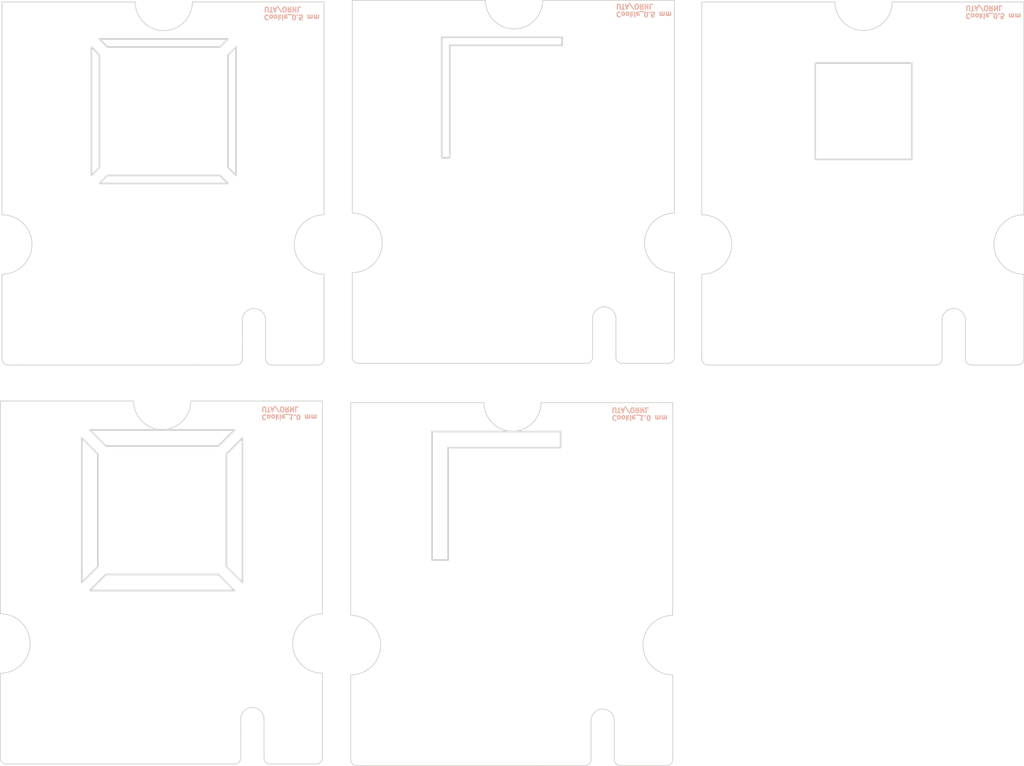
<source format=kicad_pcb>
(kicad_pcb (version 20221018) (generator pcbnew)

  (general
    (thickness 1.6)
  )

  (paper "A4")
  (layers
    (0 "F.Cu" signal)
    (31 "B.Cu" signal)
    (32 "B.Adhes" user "B.Adhesive")
    (33 "F.Adhes" user "F.Adhesive")
    (34 "B.Paste" user)
    (35 "F.Paste" user)
    (36 "B.SilkS" user "B.Silkscreen")
    (37 "F.SilkS" user "F.Silkscreen")
    (38 "B.Mask" user)
    (39 "F.Mask" user)
    (40 "Dwgs.User" user "User.Drawings")
    (41 "Cmts.User" user "User.Comments")
    (42 "Eco1.User" user "User.Eco1")
    (43 "Eco2.User" user "User.Eco2")
    (44 "Edge.Cuts" user)
    (45 "Margin" user)
    (46 "B.CrtYd" user "B.Courtyard")
    (47 "F.CrtYd" user "F.Courtyard")
    (48 "B.Fab" user)
    (49 "F.Fab" user)
    (50 "User.1" user)
    (51 "User.2" user)
    (52 "User.3" user)
    (53 "User.4" user)
    (54 "User.5" user)
    (55 "User.6" user)
    (56 "User.7" user)
    (57 "User.8" user)
    (58 "User.9" user)
  )

  (setup
    (pad_to_mask_clearance 0)
    (pcbplotparams
      (layerselection 0x00010fc_ffffffff)
      (plot_on_all_layers_selection 0x0000000_00000000)
      (disableapertmacros false)
      (usegerberextensions false)
      (usegerberattributes true)
      (usegerberadvancedattributes true)
      (creategerberjobfile true)
      (dashed_line_dash_ratio 12.000000)
      (dashed_line_gap_ratio 3.000000)
      (svgprecision 6)
      (plotframeref false)
      (viasonmask false)
      (mode 1)
      (useauxorigin false)
      (hpglpennumber 1)
      (hpglpenspeed 20)
      (hpglpendiameter 15.000000)
      (dxfpolygonmode true)
      (dxfimperialunits true)
      (dxfusepcbnewfont true)
      (psnegative false)
      (psa4output false)
      (plotreference true)
      (plotvalue true)
      (plotinvisibletext false)
      (sketchpadsonfab false)
      (subtractmaskfromsilk false)
      (outputformat 1)
      (mirror false)
      (drillshape 0)
      (scaleselection 1)
      (outputdirectory "")
    )
  )

  (net 0 "")

  (gr_arc (start 76.22704 34.7242) (mid 76.115456 34.993616) (end 75.84604 35.1052)
    (stroke (width 0.05) (type solid)) (layer "Edge.Cuts") (tstamp 035fc0c6-b2a1-450a-9ac0-661c474c8e73))
  (gr_line (start 29.4233 35.1052) (end 32.29604 35.1052)
    (stroke (width 0.05) (type solid)) (layer "Edge.Cuts") (tstamp 06ac2812-add9-45c5-aeee-39aa022e7c52))
  (gr_line (start 34.33644 59.344) (end 34.33644 59.6742)
    (stroke (width 0.05) (type solid)) (layer "Edge.Cuts") (tstamp 0baefaf4-c9a6-4855-a493-618b42aed4de))
  (gr_arc (start 27.49704 59.573216) (mid 27.385435 59.842611) (end 27.11604 59.954216)
    (stroke (width 0.05) (type solid)) (layer "Edge.Cuts") (tstamp 10d0cd05-caad-4462-9b0f-621641c39a18))
  (gr_arc (start 34.81744 35.0052) (mid 34.548032 34.893608) (end 34.43644 34.6242)
    (stroke (width 0.05) (type solid)) (layer "Edge.Cuts") (tstamp 115cc857-ee33-4cf4-88d6-63b3fd5a5efb))
  (gr_line (start 34.33644 37.4492) (end 42.627 37.4492)
    (stroke (width 0.05) (type solid)) (layer "Edge.Cuts") (tstamp 17d14d16-44e9-46ab-b0d6-7b1877787793))
  (gr_arc (start 32.67704 34.7242) (mid 32.56545 34.993622) (end 32.29604 35.1052)
    (stroke (width 0.05) (type solid)) (layer "Edge.Cuts") (tstamp 18665121-f87e-4f83-a62f-f7d7da41b778))
  (gr_line (start 32.57704 50.599016) (end 32.57704 37.348216)
    (stroke (width 0.05) (type solid)) (layer "Edge.Cuts") (tstamp 1c45fa3d-5f73-4c53-a488-03e4c8c3e38f))
  (gr_poly
    (pts
      (xy 19.1 48.15)
      (xy 18.1 49.15)
      (xy 27.1 49.15)
      (xy 26.1 48.15)
    )

    (stroke (width 0.1) (type solid)) (fill none) (layer "Edge.Cuts") (tstamp 1d877b4b-3498-4896-adb6-634c8e647fc7))
  (gr_line (start 56.18644 12.4992) (end 64.477 12.4992)
    (stroke (width 0.05) (type solid)) (layer "Edge.Cuts") (tstamp 1e79cab2-fcb8-4562-ab04-bbfc77dc7fe2))
  (gr_line (start 12.53644 59.243016) (end 12.53644 54.299016)
    (stroke (width 0.05) (type solid)) (layer "Edge.Cuts") (tstamp 2170a202-6e51-4881-b04f-94d4f08f511a))
  (gr_line (start 50.8423 32.20866) (end 50.8423 34.6242)
    (stroke (width 0.05) (type solid)) (layer "Edge.Cuts") (tstamp 29722a3f-f8d5-4313-90df-cff862091931))
  (gr_arc (start 51.1233 60.0552) (mid 50.853892 59.943608) (end 50.7423 59.6742)
    (stroke (width 0.05) (type solid)) (layer "Edge.Cuts") (tstamp 2a669835-d7b4-4d27-83aa-6c6d47ebf798))
  (gr_line (start 13.01744 35.1052) (end 13.62704 35.1052)
    (stroke (width 0.05) (type solid)) (layer "Edge.Cuts") (tstamp 2a9dac41-3741-4748-8f66-25eb4dbc9adb))
  (gr_line (start 49.01604 35.0052) (end 46.34904 35.0052)
    (stroke (width 0.05) (type solid)) (layer "Edge.Cuts") (tstamp 2b7ecc48-0f25-49c0-ab14-3496d2883b38))
  (gr_line (start 70.76604 35.1052) (end 68.09904 35.1052)
    (stroke (width 0.05) (type solid)) (layer "Edge.Cuts") (tstamp 313da2d7-4de8-45a1-b05e-0083951ce1bf))
  (gr_line (start 46.183 37.4492) (end 54.37704 37.4492)
    (stroke (width 0.05) (type solid)) (layer "Edge.Cuts") (tstamp 33cece17-a54b-466d-9c89-67bc28d20c94))
  (gr_line (start 56.18644 25.75) (end 56.18644 12.4992)
    (stroke (width 0.05) (type solid)) (layer "Edge.Cuts") (tstamp 35d73920-3941-447e-bd4b-92bb07bbb887))
  (gr_arc (start 34.45 25.649951) (mid 36.300049 27.5) (end 34.45 29.350049)
    (stroke (width 0.05) (type default)) (layer "Edge.Cuts") (tstamp 36e635c6-0460-48fb-a48a-28e3b7b2eea9))
  (gr_rect (start 63.25 16.3) (end 69.25 22.3)
    (stroke (width 0.1) (type solid)) (fill none) (layer "Edge.Cuts") (tstamp 371bdc5f-ff0c-4dec-8c32-ba85adeb8ea8))
  (gr_arc (start 51.2233 35.0052) (mid 50.953892 34.893608) (end 50.8423 34.6242)
    (stroke (width 0.05) (type solid)) (layer "Edge.Cuts") (tstamp 377f732e-979b-44d6-9609-1cf59a88c4c4))
  (gr_arc (start 32.67704 29.45) (mid 30.826843 27.599803) (end 32.67704 25.749606)
    (stroke (width 0.05) (type default)) (layer "Edge.Cuts") (tstamp 3834d1bd-2be2-44f4-9969-06a65b061c36))
  (gr_arc (start 29.4233 35.1052) (mid 29.153892 34.993608) (end 29.0423 34.7242)
    (stroke (width 0.05) (type solid)) (layer "Edge.Cuts") (tstamp 3ebc003d-2b7d-4f8e-a02a-c0e973932f0a))
  (gr_poly
    (pts
      (xy 18.6 40.65)
      (xy 17.6 39.65)
      (xy 17.6 48.65)
      (xy 18.6 47.65)
    )

    (stroke (width 0.1) (type solid)) (fill none) (layer "Edge.Cuts") (tstamp 3f73f284-f8a7-4234-a99a-55a47253c482))
  (gr_line (start 56.18644 34.394) (end 56.18644 34.7242)
    (stroke (width 0.05) (type solid)) (layer "Edge.Cuts") (tstamp 40eae913-22e5-418f-91ee-b9b3f36009c1))
  (gr_line (start 29.0423 32.30866) (end 29.0423 34.7242)
    (stroke (width 0.05) (type solid)) (layer "Edge.Cuts") (tstamp 41f70c36-9a93-4049-9366-dd7090767245))
  (gr_line (start 72.5923 32.30866) (end 72.5923 34.7242)
    (stroke (width 0.05) (type solid)) (layer "Edge.Cuts") (tstamp 45c39b21-6e6c-462c-8157-18c467d90d04))
  (gr_arc (start 24.383 37.348216) (mid 22.605 39.126216) (end 20.827 37.348216)
    (stroke (width 0.05) (type solid)) (layer "Edge.Cuts") (tstamp 469eaad6-89b2-46c9-bccc-617dea2c43e8))
  (gr_arc (start 34.71744 60.0552) (mid 34.448033 59.943607) (end 34.33644 59.6742)
    (stroke (width 0.05) (type solid)) (layer "Edge.Cuts") (tstamp 4798bd7b-7ebb-4158-a16b-a3434345d78e))
  (gr_line (start 46.24904 60.0552) (end 35.32704 60.0552)
    (stroke (width 0.05) (type solid)) (layer "Edge.Cuts") (tstamp 4d4b9335-2349-462b-808f-23fd6ef15f11))
  (gr_line (start 56.56744 35.1052) (end 57.17704 35.1052)
    (stroke (width 0.05) (type solid)) (layer "Edge.Cuts") (tstamp 508a48ea-11f3-475a-8bc6-41aab392e748))
  (gr_line (start 27.21604 35.1052) (end 24.54904 35.1052)
    (stroke (width 0.05) (type solid)) (layer "Edge.Cuts") (tstamp 51a35a61-293c-4c49-89ad-8e09fcb4c6ee))
  (gr_line (start 12.63644 12.4992) (end 20.927 12.4992)
    (stroke (width 0.05) (type solid)) (layer "Edge.Cuts") (tstamp 52728951-5b60-488e-becf-9bd754d01bb8))
  (gr_poly
    (pts
      (xy 40 14.7)
      (xy 40 22.2)
      (xy 40.5 22.2)
      (xy 40.5 15.2)
      (xy 47.5 15.2)
      (xy 47.5 14.7)
    )

    (stroke (width 0.1) (type solid)) (fill none) (layer "Edge.Cuts") (tstamp 536eeec8-cdb3-4553-a760-7f6bd1692431))
  (gr_poly
    (pts
      (xy 18.7 23.8)
      (xy 19.2 23.3)
      (xy 26.2 23.3)
      (xy 26.7 23.8)
    )

    (stroke (width 0.1) (type solid)) (fill none) (layer "Edge.Cuts") (tstamp 5481ba84-ee64-4865-a379-fe2bb4fb0728))
  (gr_poly
    (pts
      (xy 40.4 47.25)
      (xy 39.4 47.25)
      (xy 39.4 39.25)
      (xy 47.4 39.25)
      (xy 47.4 40.25)
      (xy 40.4 40.25)
    )

    (stroke (width 0.1) (type solid)) (fill none) (layer "Edge.Cuts") (tstamp 556bc3fe-17ba-4586-84af-ff90cdf31e5b))
  (gr_arc (start 27.59704 34.7242) (mid 27.48545 34.993622) (end 27.21604 35.1052)
    (stroke (width 0.05) (type solid)) (layer "Edge.Cuts") (tstamp 57b5e5e7-36b2-4c85-b1b9-0c4769661936))
  (gr_poly
    (pts
      (xy 19.2 15.3)
      (xy 18.7 14.8)
      (xy 26.7 14.8)
      (xy 26.2 15.3)
    )

    (stroke (width 0.1) (type solid)) (fill none) (layer "Edge.Cuts") (tstamp 5b11e06d-8b7e-4467-8d5f-c99308c05e37))
  (gr_arc (start 27.596465 32.255359) (mid 28.345069 31.585289) (end 29.0423 32.30866)
    (stroke (width 0.05) (type solid)) (layer "Edge.Cuts") (tstamp 5bb7044c-c0c6-43be-9347-62b1d2636aff))
  (gr_line (start 76.22704 34.7242) (end 76.22704 29.45)
    (stroke (width 0.05) (type solid)) (layer "Edge.Cuts") (tstamp 5bfa7caf-4387-45db-b149-a83f9b2a47dc))
  (gr_arc (start 71.146465 32.255359) (mid 71.895068 31.585289) (end 72.5923 32.30866)
    (stroke (width 0.05) (type solid)) (layer "Edge.Cuts") (tstamp 5d540ca6-c42d-4eff-ad56-39a7c6207288))
  (gr_arc (start 13.01744 35.1052) (mid 12.748006 34.993622) (end 12.63644 34.7242)
    (stroke (width 0.05) (type solid)) (layer "Edge.Cuts") (tstamp 61ac5176-c2a6-4fdf-a185-390a429759d2))
  (gr_line (start 24.44904 59.954216) (end 13.52704 59.954216)
    (stroke (width 0.05) (type solid)) (layer "Edge.Cuts") (tstamp 62bd692d-6fcb-4490-aa5a-cb27cfabfd89))
  (gr_line (start 50.7423 57.25866) (end 50.7423 59.6742)
    (stroke (width 0.05) (type solid)) (layer "Edge.Cuts") (tstamp 662462e4-cfdb-49d8-ba69-0c23f0f9751e))
  (gr_arc (start 68.033 12.4992) (mid 66.255 14.2772) (end 64.477 12.4992)
    (stroke (width 0.05) (type solid)) (layer "Edge.Cuts") (tstamp 685597ba-485b-47e7-a080-cc26790261cd))
  (gr_line (start 68.033 12.4992) (end 76.22704 12.4992)
    (stroke (width 0.05) (type solid)) (layer "Edge.Cuts") (tstamp 6b86cbd1-0774-4f91-b017-37e6826c436a))
  (gr_line (start 27.496465 57.104375) (end 27.49704 59.573216)
    (stroke (width 0.05) (type solid)) (layer "Edge.Cuts") (tstamp 6f6d7ceb-e952-4bbd-9686-b5099be703c7))
  (gr_line (start 54.37704 50.7) (end 54.37704 37.4492)
    (stroke (width 0.05) (type solid)) (layer "Edge.Cuts") (tstamp 7221c41b-37b0-4e23-8a6a-ad2d9f53ba01))
  (gr_line (start 71.146465 32.255359) (end 71.14704 34.7242)
    (stroke (width 0.05) (type solid)) (layer "Edge.Cuts") (tstamp 722681d3-7d2b-4c87-bee7-10609cb0bb17))
  (gr_line (start 48.91604 60.0552) (end 46.24904 60.0552)
    (stroke (width 0.05) (type solid)) (layer "Edge.Cuts") (tstamp 723ba28b-8374-43c2-a9ed-e13618616b0e))
  (gr_arc (start 49.396465 32.155359) (mid 50.145069 31.485289) (end 50.8423 32.20866)
    (stroke (width 0.05) (type solid)) (layer "Edge.Cuts") (tstamp 7bd41381-8f04-473b-acb7-a7c094233fb3))
  (gr_line (start 27.596465 32.255359) (end 27.59704 34.7242)
    (stroke (width 0.05) (type solid)) (layer "Edge.Cuts") (tstamp 7cc98f81-c53e-41fa-9cfa-1cf253771149))
  (gr_arc (start 49.39704 34.6242) (mid 49.28545 34.893622) (end 49.01604 35.0052)
    (stroke (width 0.05) (type solid)) (layer "Edge.Cuts") (tstamp 7d4c01c2-9060-48a7-8e4f-ebb22cafba10))
  (gr_line (start 54.47704 25.65) (end 54.47704 12.3992)
    (stroke (width 0.05) (type solid)) (layer "Edge.Cuts") (tstamp 7e3bbc45-befd-4c3d-9d74-fa5d7dd1f82f))
  (gr_line (start 12.53644 59.243016) (end 12.53644 59.573216)
    (stroke (width 0.05) (type solid)) (layer "Edge.Cuts") (tstamp 7f75fac2-8ba9-4be7-aa20-78f341caee77))
  (gr_line (start 49.296465 57.205359) (end 49.29704 59.6742)
    (stroke (width 0.05) (type solid)) (layer "Edge.Cuts") (tstamp 805bb715-2b9f-46bc-a224-7f42aff0c95b))
  (gr_arc (start 54.37704 54.4) (mid 52.52684 52.549803) (end 54.37704 50.699606)
    (stroke (width 0.05) (type default)) (layer "Edge.Cuts") (tstamp 812824bf-00fb-4844-9dc9-c701f87f64a8))
  (gr_poly
    (pts
      (xy 26.6 40.65)
      (xy 27.6 39.65)
      (xy 27.6 48.65)
      (xy 26.6 47.65)
    )

    (stroke (width 0.1) (type solid)) (fill none) (layer "Edge.Cuts") (tstamp 8248a701-caa7-4747-9e25-cb7b646e3e2a))
  (gr_line (start 24.383 37.348216) (end 32.57704 37.348216)
    (stroke (width 0.05) (type solid)) (layer "Edge.Cuts") (tstamp 84f9784f-3f4f-4c29-a9a1-3312490cf2a6))
  (gr_arc (start 49.29704 59.6742) (mid 49.185435 59.943595) (end 48.91604 60.0552)
    (stroke (width 0.05) (type solid)) (layer "Edge.Cuts") (tstamp 864f4355-a039-4d5a-a426-691bb14f5e2d))
  (gr_arc (start 54.47704 29.35) (mid 52.62684 27.4998) (end 54.47704 25.649606)
    (stroke (width 0.05) (type default)) (layer "Edge.Cuts") (tstamp 8678931e-5f59-4262-b4d0-2034ffd77c59))
  (gr_line (start 24.483 12.4992) (end 32.67704 12.4992)
    (stroke (width 0.05) (type solid)) (layer "Edge.Cuts") (tstamp 8902e359-6911-49e6-964a-802fc18a8e6a))
  (gr_arc (start 49.296465 57.205359) (mid 50.045068 56.535289) (end 50.7423 57.25866)
    (stroke (width 0.05) (type solid)) (layer "Edge.Cuts") (tstamp 8995e5a5-9060-4225-ae9f-e1a24dede326))
  (gr_line (start 51.1233 60.0552) (end 53.99604 60.0552)
    (stroke (width 0.05) (type solid)) (layer "Edge.Cuts") (tstamp 8befc049-acef-4f96-8ab6-981fa6388579))
  (gr_line (start 24.54904 35.1052) (end 13.62704 35.1052)
    (stroke (width 0.05) (type solid)) (layer "Edge.Cuts") (tstamp 8f6c231e-5a58-4139-af7b-c27ec60d27b7))
  (gr_arc (start 72.9733 35.1052) (mid 72.703892 34.993608) (end 72.5923 34.7242)
    (stroke (width 0.05) (type solid)) (layer "Edge.Cuts") (tstamp 927d16a9-c445-48a1-ab5b-ce4efe8368ec))
  (gr_line (start 12.53644 50.599016) (end 12.53644 37.348216)
    (stroke (width 0.05) (type solid)) (layer "Edge.Cuts") (tstamp 94768dbb-1a3e-4bb2-b8e0-270d7055cbf9))
  (gr_arc (start 24.483 12.4992) (mid 22.705 14.2772) (end 20.927 12.4992)
    (stroke (width 0.05) (type solid)) (layer "Edge.Cuts") (tstamp 9ae2c893-89cf-41dc-aed8-f707c9128f7f))
  (gr_arc (start 56.2 25.749951) (mid 58.050049 27.6) (end 56.2 29.450049)
    (stroke (width 0.05) (type default)) (layer "Edge.Cuts") (tstamp 9c715ba9-cda5-4b5f-b747-0af636bcd1a5))
  (gr_arc (start 46.283 12.3992) (mid 44.505 14.1772) (end 42.727 12.3992)
    (stroke (width 0.05) (type solid)) (layer "Edge.Cuts") (tstamp 9d2d25d8-8f5b-4ccf-b340-4504b8354fb1))
  (gr_line (start 49.396465 32.155359) (end 49.39704 34.6242)
    (stroke (width 0.05) (type solid)) (layer "Edge.Cuts") (tstamp 9f9ef75b-d9e8-4ac5-843c-dd2dd515d157))
  (gr_poly
    (pts
      (xy 19.1 40.15)
      (xy 18.1 39.15)
      (xy 27.1 39.15)
      (xy 26.1 40.15)
    )

    (stroke (width 0.1) (type solid)) (fill none) (layer "Edge.Cuts") (tstamp 9fec21c1-9145-4de7-96a9-2e5a220eee24))
  (gr_line (start 72.9733 35.1052) (end 75.84604 35.1052)
    (stroke (width 0.05) (type solid)) (layer "Edge.Cuts") (tstamp a012d1f1-03b5-46f6-8838-f67967a22e77))
  (gr_arc (start 54.37704 59.6742) (mid 54.265435 59.943595) (end 53.99604 60.0552)
    (stroke (width 0.05) (type solid)) (layer "Edge.Cuts") (tstamp a58f68ac-9c93-464b-83f3-be22e71c951e))
  (gr_poly
    (pts
      (xy 26.7 15.8)
      (xy 27.2 15.3)
      (xy 27.2 23.3)
      (xy 26.7 22.8)
    )

    (stroke (width 0.1) (type solid)) (fill none) (layer "Edge.Cuts") (tstamp a607dd1e-9cbe-47ec-8e31-3500bdb2ade5))
  (gr_arc (start 29.3233 59.954216) (mid 29.053892 59.842624) (end 28.9423 59.573216)
    (stroke (width 0.05) (type solid)) (layer "Edge.Cuts") (tstamp a8e67187-566d-4bd0-9555-0f7875c5aa52))
  (gr_line (start 32.67704 34.7242) (end 32.67704 29.45)
    (stroke (width 0.05) (type solid)) (layer "Edge.Cuts") (tstamp a94f8c19-58e2-4f6e-8ec1-4a4279dc839b))
  (gr_line (start 54.37704 59.6742) (end 54.37704 54.4)
    (stroke (width 0.05) (type solid)) (layer "Edge.Cuts") (tstamp ab191bd4-2212-4d80-a25b-15fc7bd4056b))
  (gr_line (start 54.47704 34.6242) (end 54.47704 29.35)
    (stroke (width 0.05) (type solid)) (layer "Edge.Cuts") (tstamp ac650327-4f0a-4ba4-be4a-e9d7b2e9aa96))
  (gr_arc (start 76.22704 29.45) (mid 74.37684 27.599803) (end 76.22704 25.749606)
    (stroke (width 0.05) (type default)) (layer "Edge.Cuts") (tstamp ac8edf2d-04fc-4790-b157-ec68259db95e))
  (gr_line (start 34.43644 25.65) (end 34.43644 12.3992)
    (stroke (width 0.05) (type solid)) (layer "Edge.Cuts") (tstamp ae71f5b7-82bd-42e1-a6b9-d700c4e2154f))
  (gr_line (start 12.63644 34.394) (end 12.63644 34.7242)
    (stroke (width 0.05) (type solid)) (layer "Edge.Cuts") (tstamp af265856-8f8f-4174-9075-20ef3dd58813))
  (gr_line (start 12.91744 59.954216) (end 13.52704 59.954216)
    (stroke (width 0.05) (type solid)) (layer "Edge.Cuts") (tstamp b0d4702f-5c08-492d-99d4-aae32889e25d))
  (gr_line (start 27.11604 59.954216) (end 24.44904 59.954216)
    (stroke (width 0.05) (type solid)) (layer "Edge.Cuts") (tstamp b14b941f-2ecd-4101-aca4-08f5d8ef594d))
  (gr_line (start 28.9423 57.157676) (end 28.9423 59.573216)
    (stroke (width 0.05) (type solid)) (layer "Edge.Cuts") (tstamp b4f0bd2b-63f9-448e-84aa-77f69ec809ce))
  (gr_line (start 32.67704 25.75) (end 32.67704 12.4992)
    (stroke (width 0.05) (type solid)) (layer "Edge.Cuts") (tstamp b58162ea-f8e5-49a0-baa8-eacbc2a28439))
  (gr_poly
    (pts
      (xy 18.2 23.3)
      (xy 18.7 22.8)
      (xy 18.7 15.8)
      (xy 18.2 15.3)
    )

    (stroke (width 0.1) (type solid)) (fill none) (layer "Edge.Cuts") (tstamp be979e5b-bd32-492a-8f39-a3ef50e9d2aa))
  (gr_arc (start 54.47704 34.6242) (mid 54.36545 34.893622) (end 54.09604 35.0052)
    (stroke (width 0.05) (type solid)) (layer "Edge.Cuts") (tstamp c01da1ac-bca1-4678-8c04-34e771881c84))
  (gr_arc (start 56.56744 35.1052) (mid 56.298032 34.993608) (end 56.18644 34.7242)
    (stroke (width 0.05) (type solid)) (layer "Edge.Cuts") (tstamp c05e64b0-f57c-420e-9f84-8503b2fadec2))
  (gr_line (start 34.43644 34.294) (end 34.43644 29.35)
    (stroke (width 0.05) (type solid)) (layer "Edge.Cuts") (tstamp c181e682-368b-4013-8f3f-acce8ea070a4))
  (gr_arc (start 34.35 50.699951) (mid 36.200049 52.55) (end 34.35 54.400049)
    (stroke (width 0.05) (type default)) (layer "Edge.Cuts") (tstamp c35f6d47-3cf8-407b-b4df-e021e07d33b8))
  (gr_arc (start 46.183 37.4492) (mid 44.405 39.2272) (end 42.627 37.4492)
    (stroke (width 0.05) (type solid)) (layer "Edge.Cuts") (tstamp c6061a7c-8bd2-401c-823f-2513f40efb63))
  (gr_line (start 76.22704 25.75) (end 76.22704 12.4992)
    (stroke (width 0.05) (type solid)) (layer "Edge.Cuts") (tstamp c8c73481-23a0-4dee-8262-f6f880a4585f))
  (gr_arc (start 12.65 25.749951) (mid 14.500049 27.6) (end 12.65 29.450049)
    (stroke (width 0.05) (type default)) (layer "Edge.Cuts") (tstamp cae73bb4-55ed-43cb-9891-1272efd00027))
  (gr_arc (start 12.55 50.598967) (mid 14.400049 52.449016) (end 12.55 54.299065)
    (stroke (width 0.05) (type default)) (layer "Edge.Cuts") (tstamp ceedd118-455c-4860-b2af-3e5ed551cdfe))
  (gr_arc (start 32.57704 54.299016) (mid 30.72684 52.448819) (end 32.57704 50.598622)
    (stroke (width 0.05) (type default)) (layer "Edge.Cuts") (tstamp d132d8f5-2a23-4309-b5fe-fe35aae8aa3b))
  (gr_arc (start 12.91744 59.954216) (mid 12.648033 59.842623) (end 12.53644 59.573216)
    (stroke (width 0.05) (type solid)) (layer "Edge.Cuts") (tstamp d4c7f28e-3f41-43f9-91c5-f65c67583f29))
  (gr_line (start 12.53644 37.348216) (end 20.827 37.348216)
    (stroke (width 0.05) (type solid)) (layer "Edge.Cuts") (tstamp d66a0ec7-f2aa-4821-a7d8-ea684c98d740))
  (gr_arc (start 27.496465 57.104375) (mid 28.245068 56.434305) (end 28.9423 57.157676)
    (stroke (width 0.05) (type solid)) (layer "Edge.Cuts") (tstamp d7dc9364-f619-4f93-bbec-6685b1acd5c5))
  (gr_line (start 34.43644 34.294) (end 34.43644 34.6242)
    (stroke (width 0.05) (type solid)) (layer "Edge.Cuts") (tstamp d89abcf0-cc0e-4c81-8a7d-d86d5cc29f8e))
  (gr_line (start 34.33644 50.7) (end 34.33644 37.4492)
    (stroke (width 0.05) (type solid)) (layer "Edge.Cuts") (tstamp da7a4151-74fe-4abe-ad27-47fe8bd3e044))
  (gr_line (start 34.71744 60.0552) (end 35.32704 60.0552)
    (stroke (width 0.05) (type solid)) (layer "Edge.Cuts") (tstamp dab0a7f8-78fd-4ced-bad1-89c60abc4d91))
  (gr_line (start 34.33644 59.344) (end 34.33644 54.4)
    (stroke (width 0.05) (type solid)) (layer "Edge.Cuts") (tstamp dfb60280-dcef-4f82-a7b3-dbb12a410d8a))
  (gr_line (start 34.81744 35.0052) (end 35.42704 35.0052)
    (stroke (width 0.05) (type solid)) (layer "Edge.Cuts") (tstamp e1869468-be40-4ae7-b40f-b4577741dca4))
  (gr_line (start 51.2233 35.0052) (end 54.09604 35.0052)
    (stroke (width 0.05) (type solid)) (layer "Edge.Cuts") (tstamp e1c1c6e3-a59d-41e0-a132-b6037d16f71c))
  (gr_line (start 46.34904 35.0052) (end 35.42704 35.0052)
    (stroke (width 0.05) (type solid)) (layer "Edge.Cuts") (tstamp e27346da-599a-4c34-af81-6527de3d13af))
  (gr_line (start 29.3233 59.954216) (end 32.19604 59.954216)
    (stroke (width 0.05) (type solid)) (layer "Edge.Cuts") (tstamp e33fd54c-fe90-4b89-b756-5f5b7702b49b))
  (gr_line (start 34.43644 12.3992) (end 42.727 12.3992)
    (stroke (width 0.05) (type solid)) (layer "Edge.Cuts") (tstamp e4b28eae-ebd8-4974-b44e-8a30ff936d69))
  (gr_arc (start 32.57704 59.573216) (mid 32.465435 59.842611) (end 32.19604 59.954216)
    (stroke (width 0.05) (type solid)) (layer "Edge.Cuts") (tstamp e8bfa32f-1a3c-4ce8-9854-ae861c7226d2))
  (gr_line (start 12.63644 34.394) (end 12.63644 29.45)
    (stroke (width 0.05) (type solid)) (layer "Edge.Cuts") (tstamp eb23172e-e03e-48f3-b17c-57d0e9f08434))
  (gr_line (start 68.09904 35.1052) (end 57.17704 35.1052)
    (stroke (width 0.05) (type solid)) (layer "Edge.Cuts") (tstamp eb8f2d46-d019-4129-b6d1-fabe7aef4634))
  (gr_arc (start 71.14704 34.7242) (mid 71.035456 34.993616) (end 70.76604 35.1052)
    (stroke (width 0.05) (type solid)) (layer "Edge.Cuts") (tstamp ec7b50cd-690c-46b0-85f8-14ca9edaff91))
  (gr_line (start 32.57704 59.573216) (end 32.57704 54.299016)
    (stroke (width 0.05) (type solid)) (layer "Edge.Cuts") (tstamp ed8c98a6-3e64-4660-9129-36bf5f27c618))
  (gr_line (start 12.63644 25.75) (end 12.63644 12.4992)
    (stroke (width 0.05) (type solid)) (layer "Edge.Cuts") (tstamp f3201834-9cde-45e0-822c-489dbba76e5a))
  (gr_line (start 46.283 12.3992) (end 54.47704 12.3992)
    (stroke (width 0.05) (type solid)) (layer "Edge.Cuts") (tstamp f4c396e6-5f93-4f40-a27d-6a15ad209eba))
  (gr_line (start 56.18644 34.394) (end 56.18644 29.45)
    (stroke (width 0.05) (type solid)) (layer "Edge.Cuts") (tstamp feed08aa-24bc-4ba7-b1aa-7bc036ecaf56))
  (gr_rect (start 41.4 41.25) (end 47.4 47.25)
    (stroke (width 0.01) (type default)) (fill none) (layer "User.8") (tstamp 04b86db8-8e81-4fa2-bb57-b77734bc6c2d))
  (gr_line (start 26.7 22.3) (end 26.7 16.3)
    (stroke (width 0.01) (type dash)) (layer "User.8") (tstamp 070bfd9b-7ba7-440e-a8dc-b51ed68f26c6))
  (gr_rect (start 17.7 23.3) (end 18.7 24.3)
    (stroke (width 0.01) (type solid)) (fill none) (layer "User.8") (tstamp 07f04c4b-b5fb-46f1-917e-07b725ae210e))
  (gr_rect (start 40.4 47.25) (end 41.4 48.25)
    (stroke (width 0.01) (type default)) (fill none) (layer "User.8") (tstamp 0a52033d-c99e-4cee-be71-315f4e793bdc))
  (gr_line (start 41 15.7) (end 48 15.7)
    (stroke (width 0.01) (type default)) (layer "User.8") (tstamp 0dec5459-800a-44d1-ad40-96d515628731))
  (gr_line (start 47.35 41.3) (end 48.9 39.75)
    (stroke (width 0.01) (type default)) (layer "User.8") (tstamp 0fe246bc-0708-4d0d-989a-a93030f830c3))
  (gr_line (start 48.4 47.25) (end 48.4 41.25)
    (stroke (width 0.01) (type dash)) (layer "User.8") (tstamp 17ec24ec-0c7b-4132-bb7e-70b1e215d139))
  (gr_line (start 34.45 27.495) (end 54.45 27.495)
    (stroke (width 0.01) (type default)) (layer "User.8") (tstamp 1bd1e5f0-b120-46f4-bdbd-e7f52ab2e39c))
  (gr_rect (start 69.25 22.3) (end 70.25 23.3)
    (stroke (width 0.01) (type default)) (fill none) (layer "User.8") (tstamp 1cf70dfb-3909-45d5-bfd6-8b731f8b8de6))
  (gr_line (start 18.7 16.3) (end 18.7 22.3)
    (stroke (width 0.01) (type dash)) (layer "User.8") (tstamp 1d9a79d5-8398-4f5b-b41b-3abb47b750ba))
  (gr_rect (start 40 14.7) (end 41 15.7)
    (stroke (width 0.01) (type default)) (fill none) (layer "User.8") (tstamp 1fa2a237-cacf-4295-b94a-f8e1845330da))
  (gr_rect (start 26.7 23.3) (end 27.7 24.3)
    (stroke (width 0.01) (type solid)) (fill none) (layer "User.8") (tstamp 204e7c72-311a-44b0-a619-3e5692a75049))
  (gr_line (start 48 22.7) (end 48 15.7)
    (stroke (width 0.01) (type default)) (layer "User.8") (tstamp 209503e7-e619-483f-97b0-4e0d31ea0919))
  (gr_line (start 19.6 47.149016) (end 18.1 48.649016)
    (stroke (width 0.01) (type default)) (layer "User.8") (tstamp 2119aa06-af33-474b-8fa5-9dec8ce1928b))
  (gr_line (start 18.6 47.649016) (end 26.6 47.649016)
    (stroke (width 0.01) (type default)) (layer "User.8") (tstamp 24ef6800-d7dc-456b-ab80-5fff4fcaba75))
  (gr_rect (start 70.25 23.3) (end 71.25 24.3)
    (stroke (width 0.01) (type solid)) (fill none) (layer "User.8") (tstamp 2811a9a9-d1a0-455c-84cb-efe938e6cad0))
  (gr_rect (start 26.1 39.649016) (end 27.1 40.649016)
    (stroke (width 0.01) (type default)) (fill none) (layer "User.8") (tstamp 28bebc64-b731-4b2d-a0db-8750f8ff93a3))
  (gr_rect (start 61.75 14.8) (end 62.75 15.8)
    (stroke (width 0.01) (type default)) (fill none) (layer "User.8") (tstamp 28f37c38-bcad-4d92-9b9d-da3882a11bcf))
  (gr_line (start 70.25 22.3) (end 70.25 16.3)
    (stroke (width 0.01) (type dash)) (layer "User.8") (tstamp 291110cb-f758-47d3-9179-183a106de8dc))
  (gr_line (start 41.5 22.2) (end 40 23.7)
    (stroke (width 0.01) (type default)) (layer "User.8") (tstamp 29226b4e-3821-470e-b1e8-f2eaa1f6f736))
  (gr_rect (start 19.6 41.149016) (end 25.6 47.149016)
    (stroke (width 0.01) (type default)) (fill none) (layer "User.8") (tstamp 2ba2e0fd-e52d-4320-abe5-fcb12654afc7))
  (gr_rect (start 19.7 16.3) (end 25.7 22.3)
    (stroke (width 0.01) (type default)) (fill none) (layer "User.8") (tstamp 2cd4be88-8544-4c5e-94ea-dddff9535c07))
  (gr_rect (start 18.2 14.8) (end 19.2 15.8)
    (stroke (width 0.01) (type default)) (fill none) (layer "User.8") (tstamp 2ec6bc0f-a98a-4b80-ad91-16a47cde6567))
  (gr_line (start 63.25 23.3) (end 69.25 23.3)
    (stroke (width 0.01) (type dash)) (layer "User.8") (tstamp 2f07d82b-66bd-4a76-a6c7-fdfcf5fde8ed))
  (gr_rect (start 25.6 40.149016) (end 26.6 41.149016)
    (stroke (width 0.01) (type default)) (fill none) (layer "User.8") (tstamp 2f2f45ae-2d0f-4209-b9ee-e2bb599c5af1))
  (gr_line (start 12.65 27.595) (end 32.65 27.595)
    (stroke (width 0.01) (type default)) (layer "User.8") (tstamp 308879d1-7357-4271-820e-2183ff7abcb4))
  (gr_line (start 34.35 52.545) (end 54.35 52.545)
    (stroke (width 0.01) (type default)) (layer "User.8") (tstamp 30d8dab2-2725-4005-bf16-c30f2c471437))
  (gr_line (start 41.5 23.2) (end 47.5 23.2)
    (stroke (width 0.01) (type dash)) (layer "User.8") (tstamp 35562c9f-11ff-4f9a-b0d2-c1c74a51e9fe))
  (gr_line (start 47.4 47.25) (end 48.9 48.75)
    (stroke (width 0.01) (type default)) (layer "User.8") (tstamp 35a52c82-bd94-4613-af8a-5b1f631be599))
  (gr_rect (start 26.1 47.649016) (end 27.1 48.649016)
    (stroke (width 0.01) (type default)) (fill none) (layer "User.8") (tstamp 35e7090c-c96f-46ae-a0c4-527112d70ffb))
  (gr_rect (start 39.4 48.25) (end 40.4 49.25)
    (stroke (width 0.01) (type solid)) (fill none) (layer "User.8") (tstamp 386c5d18-fcc6-4bc1-9687-3e8a0fde6212))
  (gr_line (start 25.65 16.35) (end 27.2 14.8)
    (stroke (width 0.01) (type default)) (layer "User.8") (tstamp 3affaa24-c02a-4c7b-97c9-117befec6c76))
  (gr_line (start 22.605 39.144016) (end 22.605 59.544016)
    (stroke (width 0.01) (type default)) (layer "User.8") (tstamp 3ce3dbca-263c-408d-abaf-6f0a7e6ee622))
  (gr_line (start 62.25 16.3) (end 62.25 22.3)
    (stroke (width 0.01) (type dash)) (layer "User.8") (tstamp 3f548850-a65b-4e60-942e-97b2927c1a8d))
  (gr_line (start 19.7 23.3) (end 25.7 23.3)
    (stroke (width 0.01) (type dash)) (layer "User.8") (tstamp 3f7a4fd3-147b-431e-ac30-80b32ef6e27c))
  (gr_rect (start 26.6 39.149016) (end 27.6 40.149016)
    (stroke (width 0.01) (type solid)) (fill none) (layer "User.8") (tstamp 40602451-1805-40c7-853b-0f8bcbfb1a1d))
  (gr_line (start 25.6 40.149016) (end 19.6 40.149016)
    (stroke (width 0.01) (type dash)) (layer "User.8") (tstamp 4388ea81-4193-41ac-8e74-e8fa078d6ea9))
  (gr_rect (start 25.6 47.149016) (end 26.6 48.149016)
    (stroke (width 0.01) (type default)) (fill none) (layer "User.8") (tstamp 43decb76-c28a-4932-9733-0857797405bc))
  (gr_line (start 63.25 16.3) (end 61.75 14.8)
    (stroke (width 0.01) (type default)) (layer "User.8") (tstamp 44fc9bde-898d-4d37-97cf-c6193c802680))
  (gr_rect (start 40.4 40.25) (end 41.4 41.25)
    (stroke (width 0.01) (type default)) (fill none) (layer "User.8") (tstamp 48a89823-11ef-4f5e-b3d2-afa86d62757e))
  (gr_line (start 56.2 27.595) (end 76.2 27.595)
    (stroke (width 0.01) (type default)) (layer "User.8") (tstamp 490dd813-9b4e-444a-b92d-4124b3599158))
  (gr_line (start 69.2 16.35) (end 70.75 14.8)
    (stroke (width 0.01) (type default)) (layer "User.8") (tstamp 4cf5e454-3f27-4c92-b4b0-eb083b99bc64))
  (gr_rect (start 17.7 14.3) (end 18.7 15.3)
    (stroke (width 0.01) (type solid)) (fill none) (layer "User.8") (tstamp 4e3014f1-5750-479b-a720-fe40606a6be9))
  (gr_line (start 19.7 16.3) (end 18.2 14.8)
    (stroke (width 0.01) (type default)) (layer "User.8") (tstamp 50bccd45-d52d-47c0-862a-47010d131184))
  (gr_line (start 22.705 14.295) (end 22.705 34.695)
    (stroke (width 0.01) (type default)) (layer "User.8") (tstamp 51c227ad-71c8-4c95-a3c8-170ecf941247))
  (gr_line (start 19.2 15.8) (end 26.2 15.8)
    (stroke (width 0.01) (type default)) (layer "User.8") (tstamp 5205b46e-8b8a-4092-a192-d0193e2bfc3f))
  (gr_rect (start 47.5 15.2) (end 48.5 16.2)
    (stroke (width 0.01) (type default)) (fill none) (layer "User.8") (tstamp 53faac11-efb9-4729-9ecc-c278cd55fecd))
  (gr_line (start 47.9 47.75) (end 47.9 40.75)
    (stroke (width 0.01) (type default)) (layer "User.8") (tstamp 551a1a1b-0224-4a52-ab53-14ffbc9398e5))
  (gr_rect (start 63.25 16.3) (end 69.25 22.3)
    (stroke (width 0.01) (type default)) (fill none) (layer "User.8") (tstamp 5639aa4d-b1a6-49d8-8c24-94d22fc09d14))
  (gr_rect (start 40 22.7) (end 41 23.7)
    (stroke (width 0.01) (type default)) (fill none) (layer "User.8") (tstamp 57d8dd7e-3400-47a5-801b-cd31dc98315e))
  (gr_rect (start 40.5 22.2) (end 41.5 23.2)
    (stroke (width 0.01) (type default)) (fill none) (layer "User.8") (tstamp 5b94dc02-4fa6-4498-b2dd-d0b82ba68d77))
  (gr_line (start 18.7 22.8) (end 26.7 22.8)
    (stroke (width 0.01) (type default)) (layer "User.8") (tstamp 5da909ed-4873-47d8-8c34-7003ec271909))
  (gr_rect (start 17.6 39.149016) (end 18.6 40.149016)
    (stroke (width 0.01) (type solid)) (fill none) (layer "User.8") (tstamp 617dae66-bd19-4434-ba9a-0c4d7d258c55))
  (gr_rect (start 48.5 23.2) (end 49.5 24.2)
    (stroke (width 0.01) (type solid)) (fill none) (layer "User.8") (tstamp 65508af6-44ef-468b-b02b-820df8fa23fa))
  (gr_line (start 41.4 41.25) (end 39.9 39.75)
    (stroke (width 0.01) (type default)) (layer "User.8") (tstamp 679bf400-35eb-4e35-83a5-089f645fb2fa))
  (gr_line (start 66.255 14.295) (end 66.255 34.695)
    (stroke (width 0.01) (type default)) (layer "User.8") (tstamp 6898a70b-f068-4fa2-8768-83438a759906))
  (gr_line (start 41 15.7) (end 41 22.7)
    (stroke (width 0.01) (type default)) (layer "User.8") (tstamp 6c5cee06-5f13-4f46-a2f4-5a8af65a94c7))
  (gr_line (start 41.5 16.2) (end 40 14.7)
    (stroke (width 0.01) (type default)) (layer "User.8") (tstamp 6dc23cd2-662e-47c9-86f5-54d7c9c04c9f))
  (gr_rect (start 18.7 22.3) (end 19.7 23.3)
    (stroke (width 0.01) (type default)) (fill none) (layer "User.8") (tstamp 7149880b-0a44-44b7-89fa-4150c1b78e1b))
  (gr_rect (start 61.75 22.8) (end 62.75 23.8)
    (stroke (width 0.01) (type default)) (fill none) (layer "User.8") (tstamp 724453d3-1b15-4230-9002-49409f868a93))
  (gr_rect (start 47.9 39.75) (end 48.9 40.75)
    (stroke (width 0.01) (type default)) (fill none) (layer "User.8") (tstamp 725eeeff-8bd3-4aa8-8372-c18e82a3d3de))
  (gr_line (start 25.7 22.3) (end 27.2 23.8)
    (stroke (width 0.01) (type default)) (layer "User.8") (tstamp 731a5a32-736e-420f-8154-730e714aeacf))
  (gr_rect (start 26.6 48.149016) (end 27.6 49.149016)
    (stroke (width 0.01) (type solid)) (fill none) (layer "User.8") (tstamp 73af1b06-a8d7-4979-b421-e4f9cd2a6d62))
  (gr_rect (start 18.1 47.649016) (end 19.1 48.649016)
    (stroke (width 0.01) (type default)) (fill none) (layer "User.8") (tstamp 78fce14d-88ae-491d-807d-88680652188b))
  (gr_line (start 25.6 47.149016) (end 27.1 48.649016)
    (stroke (width 0.01) (type default)) (layer "User.8") (tstamp 7c976a68-a2b0-4c87-9fb7-2ffc4f77742b))
  (gr_line (start 69.25 22.3) (end 70.75 23.8)
    (stroke (width 0.01) (type default)) (layer "User.8") (tstamp 7d05715b-1eac-4fec-b8d1-9007d4d53e64))
  (gr_rect (start 39.9 39.75) (end 40.9 40.75)
    (stroke (width 0.01) (type default)) (fill none) (layer "User.8") (tstamp 7f311e8f-f3f1-4abf-8ff4-e76e365e8749))
  (gr_rect (start 18.7 15.3) (end 19.7 16.3)
    (stroke (width 0.01) (type default)) (fill none) (layer "User.8") (tstamp 7f815171-634a-4ec4-ac7f-6c6ec911c6a6))
  (gr_rect (start 18.1 39.649016) (end 19.1 40.649016)
    (stroke (width 0.01) (type default)) (fill none) (layer "User.8") (tstamp 85fe8cbe-d3d2-4347-86e3-2b7ad17a3b41))
  (gr_rect (start 69.75 14.8) (end 70.75 15.8)
    (stroke (width 0.01) (type default)) (fill none) (layer "User.8") (tstamp 862d86ad-3144-40b9-ac9e-90e1016c175e))
  (gr_line (start 40.9 40.75) (end 47.9 40.75)
    (stroke (width 0.01) (type default)) (layer "User.8") (tstamp 88579ac6-65be-41c9-89ee-cde7eaba630c))
  (gr_line (start 25.7 15.3) (end 19.7 15.3)
    (stroke (width 0.01) (type dash)) (layer "User.8") (tstamp 8a01fadd-6b2d-49d2-a082-ed7487f469c2))
  (gr_rect (start 26.1 40.149016) (end 26.6 40.649016)
    (stroke (width 0.01) (type default)) (fill none) (layer "User.8") (tstamp 8a05450e-fee6-4b9f-8637-d7828e132d65))
  (gr_line (start 69.25 15.3) (end 63.25 15.3)
    (stroke (width 0.01) (type dash)) (layer "User.8") (tstamp 8a1420f7-3457-4554-a5b1-527abe00c9e6))
  (gr_rect (start 69.25 15.3) (end 70.25 16.3)
    (stroke (width 0.01) (type default)) (fill none) (layer "User.8") (tstamp 8ababd4b-8dd2-4ae8-af2e-6adc6ac64f5b))
  (gr_rect (start 25.7 15.3) (end 26.7 16.3)
    (stroke (width 0.01) (type default)) (fill none) (layer "User.8") (tstamp 8fff61f8-dfcd-445f-a5b6-299efcbe0d69))
  (gr_line (start 40.4 47.75) (end 48.4 47.75)
    (stroke (width 0.01) (type default)) (layer "User.8") (tstamp 9179b0f6-2506-4927-b375-65cb2ca62f12))
  (gr_rect (start 48.4 39.25) (end 49.4 40.25)
    (stroke (width 0.01) (type solid)) (fill none) (layer "User.8") (tstamp 944ae44a-ea30-4a7e-ac65-1901558ca80c))
  (gr_rect (start 48 14.7) (end 49 15.7)
    (stroke (width 0.01) (type default)) (fill none) (layer "User.8") (tstamp 968df717-a8e6-4b3c-a762-aa2979afaf21))
  (gr_line (start 25.55 41.199016) (end 27.1 39.649016)
    (stroke (width 0.01) (type default)) (layer "User.8") (tstamp 99e318a6-2608-4390-8a04-7039dd3b3b4e))
  (gr_rect (start 41.5 16.2) (end 47.5 22.2)
    (stroke (width 0.01) (type default)) (fill none) (layer "User.8") (tstamp 9a11f436-c99a-4a18-b2c7-44fdced91ad9))
  (gr_rect (start 47.9 40.25) (end 48.4 40.75)
    (stroke (width 0.01) (type default)) (fill none) (layer "User.8") (tstamp 9ba9107b-6611-415d-a32a-8d2bf9894f47))
  (gr_line (start 41.4 47.25) (end 39.9 48.75)
    (stroke (width 0.01) (type default)) (layer "User.8") (tstamp 9da8b39e-fc1f-40c2-8ebd-de4408d63308))
  (gr_rect (start 48 22.7) (end 49 23.7)
    (stroke (width 0.01) (type default)) (fill none) (layer "User.8") (tstamp 9f9de223-7163-4f28-ab15-38f422c5798c))
  (gr_rect (start 48.5 14.2) (end 49.5 15.2)
    (stroke (width 0.01) (type solid)) (fill none) (layer "User.8") (tstamp a020f564-e11d-42e9-ba1d-5acb0a95faf5))
  (gr_line (start 62.75 15.8) (end 62.75 22.8)
    (stroke (width 0.01) (type default)) (layer "User.8") (tstamp a1ec80e3-6ba9-46c7-a1b8-eabcc63076d0))
  (gr_rect (start 39.4 39.25) (end 40.4 40.25)
    (stroke (width 0.01) (type solid)) (fill none) (layer "User.8") (tstamp a3fd296b-8928-480f-9df5-17f77027fa89))
  (gr_rect (start 39.5 14.2) (end 40.5 15.2)
    (stroke (width 0.01) (type solid)) (fill none) (layer "User.8") (tstamp a5f1d465-4632-43e9-82d0-1933e59c38b8))
  (gr_line (start 40.9 40.75) (end 40.9 47.75)
    (stroke (width 0.01) (type default)) (layer "User.8") (tstamp a657f27d-1af8-4e2a-853f-e92daa8099e0))
  (gr_rect (start 26.2 14.8) (end 27.2 15.8)
    (stroke (width 0.01) (type default)) (fill none) (layer "User.8") (tstamp aa1d5c5a-f2e9-4ace-9432-420b617f069c))
  (gr_line (start 40.5 16.2) (end 40.5 22.2)
    (stroke (width 0.01) (type dash)) (layer "User.8") (tstamp b2657e31-df1d-492c-ad6f-472f64e33ead))
  (gr_line (start 26.6 47.149016) (end 26.6 41.149016)
    (stroke (width 0.01) (type dash)) (layer "User.8") (tstamp b2660b35-b971-4a53-b69c-e85e37cdade4))
  (gr_line (start 19.6 41.149016) (end 18.1 39.649016)
    (stroke (width 0.01) (type default)) (layer "User.8") (tstamp b367cc75-3768-4ffa-bf5c-cfeae5f18832))
  (gr_rect (start 40.5 15.2) (end 41.5 16.2)
    (stroke (width 0.01) (type default)) (fill none) (layer "User.8") (tstamp b4f20f46-3e95-43ba-9146-bd583c9c0001))
  (gr_line (start 40.5 22.7) (end 48.5 22.7)
    (stroke (width 0.01) (type default)) (layer "User.8") (tstamp b5a3011d-010a-4c93-a498-593e812af30a))
  (gr_rect (start 47.4 47.25) (end 48.4 48.25)
    (stroke (width 0.01) (type default)) (fill none) (layer "User.8") (tstamp b5c2e69d-d877-4019-9cbe-8000927d31be))
  (gr_line (start 62.25 22.8) (end 70.25 22.8)
    (stroke (width 0.01) (type default)) (layer "User.8") (tstamp b784ce09-0513-4946-a0c7-0b734a5be63b))
  (gr_rect (start 18.6 47.149016) (end 19.6 48.149016)
    (stroke (width 0.01) (type default)) (fill none) (layer "User.8") (tstamp b8854b45-73c1-4c3d-b130-0b933dcf53ef))
  (gr_line (start 12.55 52.444016) (end 32.55 52.444016)
    (stroke (width 0.01) (type default)) (layer "User.8") (tstamp bab47b51-6867-4931-9e5a-b1f436a9b2b0))
  (gr_rect (start 39.9 47.75) (end 40.9 48.75)
    (stroke (width 0.01) (type default)) (fill none) (layer "User.8") (tstamp bd3867cf-6907-4aee-a24f-8e9a48f4d1d6))
  (gr_line (start 48.5 22.2) (end 48.5 16.2)
    (stroke (width 0.01) (type dash)) (layer "User.8") (tstamp c0bb692b-379a-4c1a-81fa-f9fcc82bdfd6))
  (gr_line (start 26.2 22.8) (end 26.2 15.8)
    (stroke (width 0.01) (type default)) (layer "User.8") (tstamp c20394df-7f7a-439f-a048-0384a4d48d0e))
  (gr_line (start 47.45 16.25) (end 49 14.7)
    (stroke (width 0.01) (type default)) (layer "User.8") (tstamp c2b7cab2-c0e7-41e0-8b0b-cb6d7dee59f9))
  (gr_line (start 41.4 48.25) (end 47.4 48.25)
    (stroke (width 0.01) (type dash)) (layer "User.8") (tstamp c2f8676e-4bc7-4e80-ade2-8da502603799))
  (gr_line (start 47.5 22.2) (end 49 23.7)
    (stroke (width 0.01) (type default)) (layer "User.8") (tstamp c944c8e5-49c2-4bdd-90d0-ae8d09d9ee2d))
  (gr_line (start 19.1 40.649016) (end 19.1 47.649016)
    (stroke (width 0.01) (type default)) (layer "User.8") (tstamp c9aca688-3185-4bf8-88e6-e0c7b171671c))
  (gr_rect (start 47.5 22.2) (end 48.5 23.2)
    (stroke (width 0.01) (type default)) (fill none) (layer "User.8") (tstamp cdca8158-187b-419f-8de3-576358b091c1))
  (gr_line (start 19.6 48.149016) (end 25.6 48.149016)
    (stroke (width 0.01) (type dash)) (layer "User.8") (tstamp ce83890f-d730-46f0-a776-97a0ff4d690f))
  (gr_rect (start 69.75 22.8) (end 70.75 23.8)
    (stroke (width 0.01) (type default)) (fill none) (layer "User.8") (tstamp d11612da-918f-473e-8fd2-b52564debccc))
  (gr_line (start 19.1 40.649016) (end 26.1 40.649016)
    (stroke (width 0.01) (type default)) (layer "User.8") (tstamp d17a52c0-e39f-4146-8f6c-57e9497d5832))
  (gr_line (start 18.6 41.149016) (end 18.6 47.149016)
    (stroke (width 0.01) (type dash)) (layer "User.8") (tstamp d3904f28-0bc5-4bd6-9614-908e2a472837))
  (gr_line (start 19.7 22.3) (end 18.2 23.8)
    (stroke (width 0.01) (type default)) (layer "User.8") (tstamp d5653d26-9033-4d0b-97b4-2f3a35efbb41))
  (gr_line (start 63.25 22.3) (end 61.75 23.8)
    (stroke (width 0.01) (type default)) (layer "User.8") (tstamp d88aa1fa-80c6-4bcc-ad79-fc9497b2dbc7))
  (gr_rect (start 17.6 48.149016) (end 18.6 49.149016)
    (stroke (width 0.01) (type solid)) (fill none) (layer "User.8") (tstamp dad1570d-9c3c-494d-8285-30cd2e756116))
  (gr_rect (start 47.9 47.75) (end 48.9 48.75)
    (stroke (width 0.01) (type default)) (fill none) (layer "User.8") (tstamp dbd463a3-2e4e-485c-8f39-13973a6a1cfe))
  (gr_rect (start 69.75 15.3) (end 70.25 15.8)
    (stroke (width 0.01) (type default)) (fill none) (layer "User.8") (tstamp dd864ee2-d225-441c-9e02-9a76f5f4508f))
  (gr_line (start 47.5 15.2) (end 41.5 15.2)
    (stroke (width 0.01) (type dash)) (layer "User.8") (tstamp dea3a150-a844-475a-81b6-dcac2b62e834))
  (gr_rect (start 18.2 22.8) (end 19.2 23.8)
    (stroke (width 0.01) (type default)) (fill none) (layer "User.8") (tstamp dfbbd014-aa1b-4359-94e8-021add9edec0))
  (gr_line (start 44.405 39.245) (end 44.405 59.645)
    (stroke (width 0.01) (type default)) (layer "User.8") (tstamp e03777b3-6856-447d-8dc2-007a2865f675))
  (gr_rect (start 26.2 22.8) (end 27.2 23.8)
    (stroke (width 0.01) (type default)) (fill none) (layer "User.8") (tstamp e113d26a-72a7-4cf5-8c9d-4554da0da016))
  (gr_rect (start 62.25 22.3) (end 63.25 23.3)
    (stroke (width 0.01) (type default)) (fill none) (layer "User.8") (tstamp e21da77e-d4af-401b-aecb-dc69cbd3bdb7))
  (gr_rect (start 26.7 14.3) (end 27.7 15.3)
    (stroke (width 0.01) (type solid)) (fill none) (layer "User.8") (tstamp e2eafc93-a88b-4b51-bfce-31d5a5affc89))
  (gr_line (start 40.4 41.25) (end 40.4 47.25)
    (stroke (width 0.01) (type dash)) (layer "User.8") (tstamp e45b5b60-0a21-4813-a93b-e921df2dc4c3))
  (gr_rect (start 39.5 23.2) (end 40.5 24.2)
    (stroke (width 0.01) (type solid)) (fill none) (layer "User.8") (tstamp e5772646-f945-4257-b0d1-c7d16cc2195c))
  (gr_line (start 47.4 40.25) (end 41.4 40.25)
    (stroke (width 0.01) (type dash)) (layer "User.8") (tstamp e5ed5e65-f2e4-47ef-9637-a5424e81c027))
  (gr_rect (start 25.7 22.3) (end 26.7 23.3)
    (stroke (width 0.01) (type default)) (fill none) (layer "User.8") (tstamp e7c19d66-f275-4628-ac40-6c509a647ee1))
  (gr_line (start 19.2 15.8) (end 19.2 22.8)
    (stroke (width 0.01) (type default)) (layer "User.8") (tstamp e9cb7db3-97f2-41fa-b931-b4d02a9678c5))
  (gr_line (start 44.505 14.195) (end 44.505 34.595)
    (stroke (width 0.01) (type default)) (layer "User.8") (tstamp eaed76c6-bd73-4468-8019-427144de4a2e))
  (gr_line (start 62.75 15.8) (end 69.75 15.8)
    (stroke (width 0.01) (type default)) (layer "User.8") (tstamp ef4a170e-b275-4895-a034-f3653e86f1dc))
  (gr_rect (start 61.25 23.3) (end 62.25 24.3)
    (stroke (width 0.01) (type solid)) (fill none) (layer "User.8") (tstamp f05eda64-78d8-45e8-913e-0f2776ac565a))
  (gr_rect (start 47.4 40.25) (end 48.4 41.25)
    (stroke (width 0.01) (type default)) (fill none) (layer "User.8") (tstamp f3ec94da-2472-460e-988e-4d0aa8434a24))
  (gr_rect (start 62.25 15.3) (end 63.25 16.3)
    (stroke (width 0.01) (type default)) (fill none) (layer "User.8") (tstamp f5077953-69f1-4ffc-aa74-6e9eba3eae50))
  (gr_rect (start 48 15.2) (end 48.5 15.7)
    (stroke (width 0.01) (type default)) (fill none) (layer "User.8") (tstamp f56f687c-c072-4043-8fd3-5e70b37551ab))
  (gr_line (start 26.1 47.649016) (end 26.1 40.649016)
    (stroke (width 0.01) (type default)) (layer "User.8") (tstamp f5a90bf6-2ed8-430d-952a-f89aba50678a))
  (gr_line (start 69.75 22.8) (end 69.75 15.8)
    (stroke (width 0.01) (type default)) (layer "User.8") (tstamp f64cc02f-3b74-4598-92af-c72d745a78b1))
  (gr_rect (start 61.25 14.3) (end 62.25 15.3)
    (stroke (width 0.01) (type solid)) (fill none) (layer "User.8") (tstamp f681d7a1-eb4b-4058-8a8e-ff1c7aef5db9))
  (gr_rect (start 18.6 40.149016) (end 19.6 41.149016)
    (stroke (width 0.01) (type default)) (fill none) (layer "User.8") (tstamp f7ba22f5-3b62-4fff-9a45-58f779418e12))
  (gr_rect (start 26.2 15.3) (end 26.7 15.8)
    (stroke (width 0.01) (type default)) (fill none) (layer "User.8") (tstamp f81287a8-125d-4857-a5f2-b245273e83ec))
  (gr_rect (start 48.4 48.25) (end 49.4 49.25)
    (stroke (width 0.01) (type solid)) (fill none) (layer "User.8") (tstamp fb4b2d8f-719c-4501-9138-d7061b37ad2f))
  (gr_rect (start 70.25 14.3) (end 71.25 15.3)
    (stroke (width 0.01) (type solid)) (fill none) (layer "User.8") (tstamp fe731af7-07a1-4392-b757-700df01004d5))
  (gr_text "Cookie_1.0 mm\nUTA/ORNL\n" (at 50.55 38.150984 180) (layer "B.SilkS") (tstamp 18310e4b-54fd-45d0-aab9-9d198c468e66)
    (effects (font (size 0.3 0.3) (thickness 0.075) bold) (justify left mirror))
  )
  (gr_text "Cookie_1.0 mm\nUTA/ORNL\n" (at 28.75 38.1 180) (layer "B.SilkS") (tstamp 41c7352a-317b-4ef6-9f90-bc1bcdde66ea)
    (effects (font (size 0.3 0.3) (thickness 0.075) bold) (justify left mirror))
  )
  (gr_text "Cookie_0.5 mm\nUTA/ORNL\n" (at 50.81 13.02 180) (layer "B.SilkS") (tstamp 588e2e1a-521d-4049-b5a0-9b7cbfcd8c24)
    (effects (font (size 0.3 0.3) (thickness 0.075) bold) (justify left mirror))
  )
  (gr_text "Cookie_0.5 mm\nUTA/ORNL\n" (at 72.56 13.12 180) (layer "B.SilkS") (tstamp 6b22447c-aa2e-463f-9148-ab1aa82d0294)
    (effects (font (size 0.3 0.3) (thickness 0.075) bold) (justify left mirror))
  )
  (gr_text "Cookie_0.5 mm\nUTA/ORNL\n" (at 28.9 13.2 180) (layer "B.SilkS") (tstamp e128858b-c8f2-4333-a5af-30775b48bcd1)
    (effects (font (size 0.3 0.3) (thickness 0.075) bold) (justify left mirror))
  )

)

</source>
